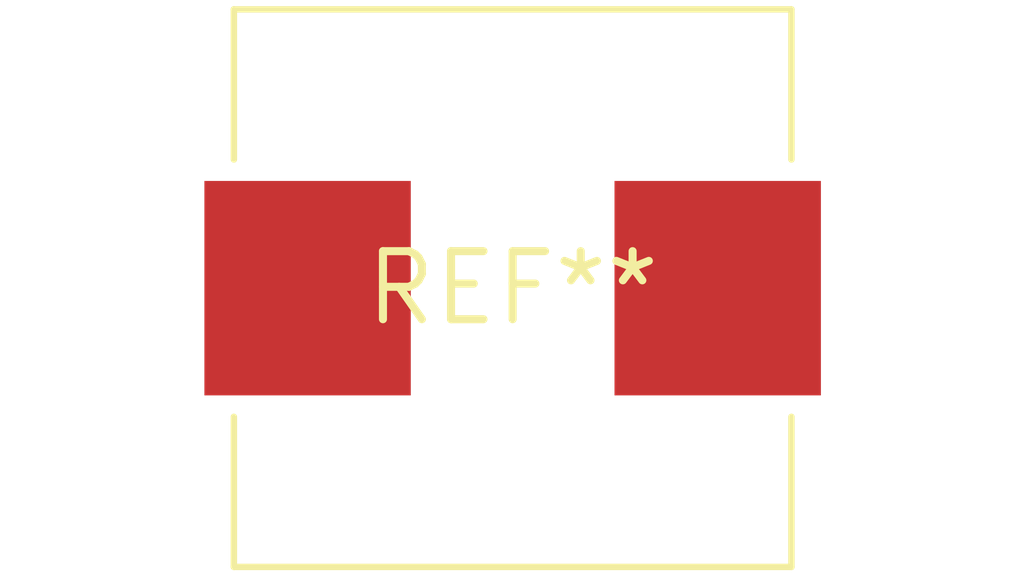
<source format=kicad_pcb>
(kicad_pcb (version 20240108) (generator pcbnew)
  (layers (0 "F.Cu" signal) (31 "B.Cu" signal) (34 "B.Paste" user) (35 "F.Paste" user) (36 "B.SilkS" user "B.Silkscreen") (37 "F.SilkS" user "F.Silkscreen") (38 "B.Mask" user) (39 "F.Mask" user) (44 "Edge.Cuts" user))
  (net 0 "")
  (footprint "L_Wuerth_HCI-1050" (layer "F.Cu") (at 0 0)
    (property "Reference" "REF**")
    (property "Value" "L_Wuerth_HCI-1050")
    (fp_line (start -5.2 -5.2) (end 5.2 -5.2) (layer "F.SilkS") (stroke (width 0.12)))
    (fp_line (start -5.2 -2.4) (end -5.2 -5.2) (layer "F.SilkS") (stroke (width 0.12)))
    (fp_line (start -5.2 2.4) (end -5.2 5.2) (layer "F.SilkS") (stroke (width 0.12)))
    (fp_line (start -5.2 5.2) (end 5.2 5.2) (layer "F.SilkS") (stroke (width 0.12)))
    (fp_line (start 5.2 -5.2) (end 5.2 -2.4) (layer "F.SilkS") (stroke (width 0.12)))
    (fp_line (start 5.2 5.2) (end 5.2 2.4) (layer "F.SilkS") (stroke (width 0.12)))
    (pad "1" smd rect (at -3.825 0) (size 3.85 4) (layers "F.Cu" "F.Paste" "F.Mask"))
    (pad "2" smd rect (at 3.825 0) (size 3.85 4) (layers "F.Cu" "F.Paste" "F.Mask"))
  )
)
</source>
